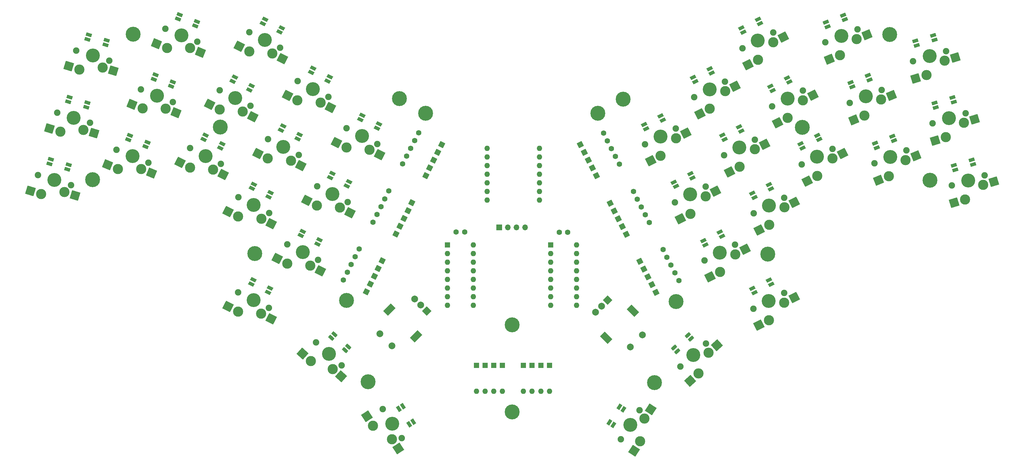
<source format=gbr>
G04 #@! TF.GenerationSoftware,KiCad,Pcbnew,(6.0.7)*
G04 #@! TF.CreationDate,2023-01-09T18:54:25-06:00*
G04 #@! TF.ProjectId,voxcertus-main,766f7863-6572-4747-9573-2d6d61696e2e,1.7*
G04 #@! TF.SameCoordinates,Original*
G04 #@! TF.FileFunction,Soldermask,Bot*
G04 #@! TF.FilePolarity,Negative*
%FSLAX46Y46*%
G04 Gerber Fmt 4.6, Leading zero omitted, Abs format (unit mm)*
G04 Created by KiCad (PCBNEW (6.0.7)) date 2023-01-09 18:54:25*
%MOMM*%
%LPD*%
G01*
G04 APERTURE LIST*
G04 Aperture macros list*
%AMHorizOval*
0 Thick line with rounded ends*
0 $1 width*
0 $2 $3 position (X,Y) of the first rounded end (center of the circle)*
0 $4 $5 position (X,Y) of the second rounded end (center of the circle)*
0 Add line between two ends*
20,1,$1,$2,$3,$4,$5,0*
0 Add two circle primitives to create the rounded ends*
1,1,$1,$2,$3*
1,1,$1,$4,$5*%
%AMRotRect*
0 Rectangle, with rotation*
0 The origin of the aperture is its center*
0 $1 length*
0 $2 width*
0 $3 Rotation angle, in degrees counterclockwise*
0 Add horizontal line*
21,1,$1,$2,0,0,$3*%
G04 Aperture macros list end*
%ADD10C,4.100000*%
%ADD11C,1.900000*%
%ADD12C,3.000000*%
%ADD13RotRect,2.550000X2.500000X333.000000*%
%ADD14RotRect,2.550000X2.500000X27.000000*%
%ADD15RotRect,1.600000X1.600000X153.000000*%
%ADD16HorizOval,1.600000X0.000000X0.000000X0.000000X0.000000X0*%
%ADD17O,1.600000X1.600000*%
%ADD18C,4.400000*%
%ADD19RotRect,1.700000X1.000000X338.000000*%
%ADD20RotRect,1.600000X1.600000X27.000000*%
%ADD21HorizOval,1.600000X0.000000X0.000000X0.000000X0.000000X0*%
%ADD22RotRect,2.550000X2.500000X318.000000*%
%ADD23RotRect,1.700000X1.000000X343.000000*%
%ADD24C,1.600000*%
%ADD25RotRect,1.700000X1.000000X22.000000*%
%ADD26RotRect,1.700000X1.000000X333.000000*%
%ADD27RotRect,1.700000X1.000000X27.000000*%
%ADD28RotRect,2.550000X2.500000X22.000000*%
%ADD29RotRect,1.700000X1.000000X17.000000*%
%ADD30RotRect,2.550000X2.500000X343.000000*%
%ADD31RotRect,2.000000X2.000000X315.000000*%
%ADD32C,2.000000*%
%ADD33RotRect,3.200000X2.000000X315.000000*%
%ADD34RotRect,2.550000X2.500000X42.000000*%
%ADD35RotRect,2.550000X2.500000X57.000000*%
%ADD36R,1.600000X1.600000*%
%ADD37RotRect,2.550000X2.500000X17.000000*%
%ADD38RotRect,1.700000X1.000000X153.000000*%
%ADD39R,1.700000X1.700000*%
%ADD40O,1.700000X1.700000*%
%ADD41RotRect,1.700000X1.000000X42.000000*%
%ADD42RotRect,1.700000X1.000000X318.000000*%
%ADD43RotRect,2.550000X2.500000X338.000000*%
%ADD44RotRect,1.700000X1.000000X57.000000*%
%ADD45RotRect,2.000000X2.000000X225.000000*%
%ADD46RotRect,3.200000X2.000000X225.000000*%
%ADD47RotRect,1.700000X1.000000X303.000000*%
%ADD48RotRect,2.550000X2.500000X303.000000*%
G04 APERTURE END LIST*
D10*
X104381400Y-92417200D03*
D11*
X108907713Y-94723472D03*
D12*
X106622999Y-96410060D03*
X99811972Y-95790377D03*
D11*
X99855087Y-90110928D03*
D13*
X109541045Y-97896879D03*
X96869868Y-94291301D03*
D10*
X209718284Y-92518088D03*
D11*
X205191971Y-94824360D03*
X214244597Y-90211816D03*
D12*
X209761399Y-98197537D03*
X214266155Y-93051541D03*
D14*
X217184201Y-91564722D03*
X206819296Y-99696614D03*
D15*
X116703135Y-116570904D03*
D16*
X109913665Y-113111496D03*
D15*
X117871535Y-114284904D03*
D16*
X111082065Y-110825496D03*
D17*
X149910000Y-83997200D03*
D15*
X131866935Y-86979904D03*
D16*
X125077465Y-83520496D03*
D18*
X71380000Y-72627200D03*
D12*
X69259599Y-85183260D03*
D11*
X62491687Y-78884128D03*
X71544313Y-83496672D03*
D10*
X67018000Y-81190400D03*
D12*
X62448572Y-84563577D03*
D13*
X72177645Y-86670079D03*
X59506468Y-83064501D03*
D19*
X64009511Y-42877536D03*
X64533960Y-41579479D03*
X59434449Y-39519143D03*
X58910000Y-40817200D03*
D20*
X180895200Y-84725200D03*
D21*
X187684670Y-81265792D03*
D15*
X135372135Y-80121904D03*
D16*
X128582665Y-76662496D03*
D18*
X131813400Y-68617400D03*
D15*
X134203735Y-82407904D03*
D16*
X127414265Y-78948496D03*
D12*
X98041086Y-141554894D03*
D11*
X99552681Y-136080127D03*
D12*
X104459647Y-143916285D03*
D11*
X107103033Y-142878493D03*
D10*
X103327857Y-139479310D03*
D22*
X106893446Y-146107688D03*
X95587221Y-139345425D03*
D23*
X26300000Y-85097200D03*
X26709320Y-83758374D03*
X21449644Y-82150329D03*
X21040324Y-83489156D03*
D24*
X173660000Y-103637200D03*
X171160000Y-103637200D03*
D25*
X269751980Y-76660312D03*
X269227531Y-75362254D03*
X264128020Y-77422592D03*
X264652469Y-78720648D03*
D26*
X85542475Y-93236731D03*
X86178062Y-91989322D03*
X81277526Y-89492374D03*
X80641939Y-90739783D03*
D17*
X165310000Y-83997200D03*
D27*
X233538061Y-90878434D03*
X232902475Y-89631025D03*
X228001939Y-92127973D03*
X228637525Y-93375382D03*
D12*
X273130355Y-82371484D03*
D11*
X273356378Y-79540687D03*
X263936190Y-83346689D03*
D10*
X268646284Y-81443688D03*
D12*
X268194239Y-87105283D03*
D28*
X276166882Y-81144647D03*
X265132677Y-88342234D03*
D26*
X117462475Y-72976731D03*
X118098062Y-71729322D03*
X113197526Y-69232374D03*
X112561939Y-70479783D03*
D18*
X33800000Y-88157200D03*
D29*
X287304498Y-65310452D03*
X286895178Y-63971627D03*
X281635502Y-65579671D03*
X282044822Y-66918498D03*
D11*
X228379087Y-98101672D03*
D12*
X232948515Y-101474849D03*
X237453271Y-96328853D03*
D10*
X232905400Y-95795400D03*
D11*
X237431713Y-93489128D03*
D14*
X240371317Y-94842034D03*
X230006412Y-102973926D03*
D20*
X178558400Y-80153200D03*
D21*
X185347870Y-76693792D03*
D18*
X199189200Y-147899200D03*
D17*
X149910000Y-94157200D03*
D20*
X197252800Y-116780000D03*
D21*
X204042270Y-113320592D03*
D11*
X76664887Y-93336728D03*
X85717513Y-97949272D03*
D12*
X76621772Y-99016177D03*
X83432799Y-99635860D03*
D10*
X81191200Y-95643000D03*
D13*
X86350845Y-101122679D03*
X73679668Y-97517101D03*
D17*
X149910000Y-86537200D03*
D11*
X27400628Y-89762248D03*
D12*
X18628338Y-92392404D03*
D11*
X17684572Y-86791752D03*
D12*
X25443497Y-91819950D03*
D10*
X22542600Y-88277000D03*
D30*
X28575395Y-92777468D03*
X15470619Y-91426993D03*
D26*
X99952475Y-107116731D03*
X100588062Y-105869322D03*
X95687526Y-103372374D03*
X95051939Y-104619783D03*
D10*
X224196284Y-78675088D03*
D11*
X219669971Y-80981360D03*
D12*
X228744155Y-79208541D03*
X224239399Y-84354537D03*
D11*
X228722597Y-76368816D03*
D14*
X231662201Y-77721722D03*
X221297296Y-85853614D03*
D20*
X194916000Y-112208000D03*
D21*
X201705470Y-108748592D03*
D17*
X165310000Y-91617200D03*
D20*
X199589600Y-121377400D03*
D21*
X206379070Y-117917992D03*
D15*
X125440735Y-99552904D03*
D16*
X118651265Y-96093496D03*
D27*
X238898061Y-59408434D03*
X238262475Y-58161025D03*
X233361939Y-60657973D03*
X233997525Y-61905382D03*
D12*
X218470515Y-115317849D03*
D11*
X213901087Y-111944672D03*
D12*
X222975271Y-110171853D03*
D11*
X222953713Y-107332128D03*
D10*
X218427400Y-109638400D03*
D14*
X225893317Y-108685034D03*
X215528412Y-116816926D03*
D31*
X185389464Y-123660334D03*
D32*
X181853930Y-127195868D03*
X183621697Y-125428101D03*
D33*
X184965200Y-134691200D03*
X192884796Y-126771604D03*
D32*
X192106978Y-137448916D03*
X195642512Y-133913382D03*
D15*
X133035335Y-84693904D03*
D16*
X126245865Y-81234496D03*
D11*
X94114687Y-59148328D03*
D12*
X100882599Y-65447460D03*
D10*
X98641000Y-61454600D03*
D12*
X94071572Y-64827777D03*
D11*
X103167313Y-63760872D03*
D13*
X103800645Y-66934279D03*
X91129468Y-63328701D03*
D10*
X210619200Y-139776238D03*
D12*
X212130796Y-145251005D03*
X215150174Y-139114438D03*
D11*
X206844024Y-143175421D03*
X214394376Y-136377055D03*
D34*
X217583973Y-136923036D03*
X209676931Y-147460475D03*
D12*
X196282498Y-158533248D03*
D11*
X194843966Y-156084754D03*
D12*
X194954263Y-165242190D03*
D11*
X189310434Y-164605646D03*
D10*
X192077200Y-160345200D03*
D35*
X198066191Y-155786602D03*
X193155865Y-168011480D03*
D25*
X255261980Y-41030312D03*
X254737531Y-39732254D03*
X249638020Y-41792592D03*
X250162469Y-43090648D03*
D18*
X157279200Y-130881200D03*
D17*
X149910000Y-81457200D03*
D36*
X168600000Y-107375992D03*
D17*
X168600000Y-109915992D03*
X168600000Y-112455992D03*
X168600000Y-114995992D03*
X168600000Y-117535992D03*
X168600000Y-120075992D03*
X168600000Y-122615992D03*
X168600000Y-125155992D03*
X176220000Y-125155992D03*
X176220000Y-122615992D03*
X176220000Y-120075992D03*
X176220000Y-117535992D03*
X176220000Y-114995992D03*
X176220000Y-112455992D03*
X176220000Y-109915992D03*
X176220000Y-107375992D03*
D36*
X149310000Y-142889200D03*
D17*
X149310000Y-150509200D03*
D12*
X284976234Y-75657852D03*
D10*
X285920000Y-70057200D03*
D12*
X290306145Y-71372278D03*
D11*
X281061972Y-71542448D03*
X290778028Y-68571952D03*
D37*
X293438043Y-70414761D03*
X281818516Y-76623264D03*
D10*
X232857684Y-123861688D03*
D11*
X237383997Y-121555416D03*
D12*
X232900799Y-129541137D03*
X237405555Y-124395141D03*
D11*
X228331371Y-126167960D03*
D14*
X240323601Y-122908322D03*
X229958696Y-131040214D03*
D18*
X280300000Y-88317200D03*
D10*
X280210000Y-51777200D03*
D12*
X284596145Y-53092278D03*
X279266234Y-57377852D03*
D11*
X285068028Y-50291952D03*
X275351972Y-53262448D03*
D37*
X287728043Y-52134761D03*
X276108516Y-58343264D03*
D20*
X190877400Y-104232400D03*
D21*
X197666870Y-100772992D03*
D11*
X28962172Y-50114152D03*
D12*
X29905938Y-55714804D03*
D10*
X33820200Y-51599400D03*
D11*
X38678228Y-53084648D03*
D12*
X36721097Y-55142350D03*
D30*
X39852995Y-56099868D03*
X26748219Y-54749393D03*
D26*
X108632475Y-90026731D03*
X109268062Y-88779322D03*
X104367526Y-86282374D03*
X103731939Y-87529783D03*
D27*
X233558061Y-118948434D03*
X232922475Y-117701025D03*
X228021939Y-120197973D03*
X228657525Y-121445382D03*
D36*
X154390000Y-142889200D03*
D17*
X154390000Y-150509200D03*
D27*
X219098061Y-104848434D03*
X218462475Y-103601025D03*
X213561939Y-106097973D03*
X214197525Y-107345382D03*
D12*
X215501799Y-67260337D03*
D10*
X215458684Y-61580888D03*
D11*
X219984997Y-59274616D03*
D12*
X220006555Y-62114341D03*
D11*
X210932371Y-63887160D03*
D14*
X222924601Y-60627522D03*
X212559696Y-68759414D03*
D12*
X91074372Y-112884577D03*
X97885399Y-113504260D03*
D11*
X100170113Y-111817672D03*
D10*
X95643800Y-109511400D03*
D11*
X91117487Y-107205128D03*
D13*
X100803445Y-114991079D03*
X88132268Y-111385501D03*
D36*
X138220000Y-107403400D03*
D17*
X138220000Y-109943400D03*
X138220000Y-112483400D03*
X138220000Y-115023400D03*
X138220000Y-117563400D03*
X138220000Y-120103400D03*
X138220000Y-122643400D03*
X138220000Y-125183400D03*
X145840000Y-125183400D03*
X145840000Y-122643400D03*
X145840000Y-120103400D03*
X145840000Y-117563400D03*
X145840000Y-115023400D03*
X145840000Y-112483400D03*
X145840000Y-109943400D03*
X145840000Y-107403400D03*
D26*
X85390000Y-121357200D03*
X86025587Y-120109791D03*
X81125051Y-117612843D03*
X80489464Y-118860252D03*
D38*
X89867525Y-72357669D03*
X89231938Y-73605078D03*
X94132474Y-76102026D03*
X94768061Y-74854617D03*
D10*
X81165800Y-123633800D03*
D11*
X85692113Y-125940072D03*
X76639487Y-121327528D03*
D12*
X76596372Y-127006977D03*
X83407399Y-127626660D03*
D13*
X86325445Y-129113479D03*
X73654268Y-125507901D03*
D15*
X119039935Y-111998904D03*
D16*
X112250465Y-108539496D03*
D17*
X165310000Y-81457200D03*
D39*
X153470000Y-102237200D03*
D40*
X156010000Y-102237200D03*
X158550000Y-102237200D03*
X161090000Y-102237200D03*
D11*
X88994113Y-49308272D03*
D12*
X86709399Y-50994860D03*
D10*
X84467800Y-47002000D03*
D11*
X79941487Y-44695728D03*
D12*
X79898372Y-50375177D03*
D13*
X89627445Y-52481679D03*
X76956268Y-48876101D03*
D18*
X81510000Y-109927200D03*
D20*
X188540600Y-99660400D03*
D21*
X195330070Y-96200992D03*
D12*
X295956145Y-89702278D03*
X290626234Y-93987852D03*
D11*
X286711972Y-89872448D03*
X296428028Y-86901952D03*
D10*
X291570000Y-88387200D03*
D37*
X299088043Y-88744761D03*
X287468516Y-94953264D03*
D29*
X293024498Y-83690452D03*
X292615178Y-82351627D03*
X287355502Y-83959671D03*
X287764822Y-85298498D03*
D23*
X37535178Y-48445807D03*
X37944498Y-47106981D03*
X32684822Y-45498936D03*
X32275502Y-46837763D03*
D36*
X168310800Y-142819200D03*
D17*
X168310800Y-150439200D03*
D25*
X262571980Y-58760312D03*
X262047531Y-57462254D03*
X256948020Y-59522592D03*
X257472469Y-60820648D03*
D20*
X186203800Y-95088400D03*
D21*
X192993270Y-91628992D03*
D24*
X143320000Y-103597200D03*
X140820000Y-103597200D03*
D17*
X149910000Y-89077200D03*
D41*
X209997440Y-134994131D03*
X209060657Y-133953728D03*
X204973360Y-137633946D03*
X205910143Y-138674349D03*
D20*
X182063600Y-87011200D03*
D21*
X188853070Y-83551792D03*
D17*
X149910000Y-91617200D03*
D27*
X247750536Y-76340252D03*
X247114950Y-75092843D03*
X242214414Y-77589791D03*
X242850000Y-78837200D03*
D36*
X163180000Y-142819200D03*
D17*
X163180000Y-150439200D03*
D27*
X210420000Y-87647200D03*
X209784414Y-86399791D03*
X204883878Y-88896739D03*
X205519464Y-90144148D03*
D20*
X177390000Y-77867200D03*
D21*
X184179470Y-74407792D03*
D15*
X126609135Y-97266904D03*
D16*
X119819665Y-93807496D03*
D10*
X89928800Y-78548800D03*
D12*
X92170399Y-82541660D03*
D11*
X85402487Y-76242528D03*
D12*
X85359372Y-81921977D03*
D11*
X94455113Y-80855072D03*
D13*
X95088445Y-84028479D03*
X82417268Y-80422901D03*
D15*
X123103935Y-104124904D03*
D16*
X116314465Y-100665496D03*
D10*
X28181400Y-69938200D03*
D11*
X23323372Y-68452952D03*
D12*
X31082297Y-73481150D03*
D11*
X33039428Y-71423448D03*
D12*
X24267138Y-74053604D03*
D30*
X34214195Y-74438668D03*
X21109419Y-73088193D03*
D15*
X114366335Y-121142904D03*
D16*
X107576865Y-117683496D03*
D20*
X198421200Y-119066000D03*
D21*
X205210670Y-115606592D03*
D11*
X108567287Y-73016728D03*
D10*
X113093600Y-75323000D03*
D12*
X115335199Y-79315860D03*
D11*
X117619913Y-77629272D03*
D12*
X108524172Y-78696177D03*
D13*
X118253245Y-80802679D03*
X105582068Y-77197101D03*
D42*
X108105714Y-138395821D03*
X109042497Y-137355418D03*
X104955200Y-133675200D03*
X104018418Y-134715602D03*
D20*
X187372200Y-97374400D03*
D21*
X194161670Y-93914992D03*
D10*
X247078600Y-81368200D03*
D12*
X247121715Y-87047649D03*
D11*
X242552287Y-83674472D03*
D12*
X251626471Y-81901653D03*
D11*
X251604913Y-79061928D03*
D14*
X254544517Y-80414834D03*
X244179612Y-88546726D03*
D29*
X281664498Y-46980452D03*
X281255178Y-45641627D03*
X275995502Y-47249671D03*
X276404822Y-48588498D03*
D15*
X136540535Y-77835904D03*
D16*
X129751065Y-74376496D03*
D19*
X56869511Y-60647536D03*
X57393960Y-59349479D03*
X52294449Y-57289143D03*
X51770000Y-58587200D03*
D36*
X165745400Y-142819200D03*
D17*
X165745400Y-150439200D03*
D18*
X268440000Y-45427200D03*
D12*
X258718483Y-46750568D03*
D11*
X249524318Y-47725773D03*
D12*
X253782367Y-51484367D03*
D10*
X254234412Y-45822772D03*
D11*
X258944506Y-43919771D03*
D28*
X261755010Y-45523731D03*
X250720805Y-52721318D03*
D18*
X205539200Y-124023200D03*
D36*
X160614600Y-142819200D03*
D17*
X160614600Y-150439200D03*
D10*
X75755600Y-64096200D03*
D11*
X80281913Y-66402472D03*
X71229287Y-61789928D03*
D12*
X71186172Y-67469377D03*
X77997199Y-68089060D03*
D13*
X80915245Y-69575879D03*
X68244068Y-65970301D03*
D18*
X157279200Y-156579792D03*
D17*
X165310000Y-78917200D03*
D12*
X205528555Y-75957341D03*
D10*
X200980684Y-75423888D03*
D11*
X205506997Y-73117616D03*
D12*
X201023799Y-81103337D03*
D11*
X196454371Y-77730160D03*
D14*
X208446601Y-74470522D03*
X198081696Y-82602414D03*
D18*
X232600000Y-110077200D03*
D11*
X234155113Y-44848128D03*
D12*
X234176671Y-47687853D03*
X229671915Y-52833849D03*
D11*
X225102487Y-49460672D03*
D10*
X229628800Y-47154400D03*
D14*
X237094717Y-46201034D03*
X226729812Y-54332926D03*
D27*
X216088061Y-56748434D03*
X215452475Y-55501025D03*
X210551939Y-57997973D03*
X211187525Y-59245382D03*
X230308061Y-42198434D03*
X229672475Y-40951025D03*
X224771939Y-43447973D03*
X225407525Y-44695382D03*
D17*
X165310000Y-89077200D03*
D18*
X189980000Y-64427200D03*
D20*
X179726800Y-82439200D03*
D21*
X186516270Y-78979792D03*
D18*
X124130000Y-64297200D03*
X45680000Y-45300200D03*
D27*
X201658061Y-70638434D03*
X201022475Y-69391025D03*
X196121939Y-71887973D03*
X196757525Y-73135382D03*
D15*
X115534735Y-118856904D03*
D16*
X108745265Y-115397496D03*
D27*
X224738061Y-73808434D03*
X224102475Y-72561025D03*
X219201939Y-75057973D03*
X219837525Y-76305382D03*
D20*
X196084400Y-114494000D03*
D21*
X202873870Y-111034592D03*
D36*
X146770000Y-142889200D03*
D17*
X146770000Y-150509200D03*
D26*
X88832475Y-44676731D03*
X89468062Y-43429322D03*
X84567526Y-40932374D03*
X83931939Y-42179783D03*
D19*
X49379511Y-78437536D03*
X49903960Y-77139479D03*
X44804449Y-75079143D03*
X44280000Y-76377200D03*
D26*
X71342475Y-78806731D03*
X71978062Y-77559322D03*
X67077526Y-75062374D03*
X66441939Y-76309783D03*
D11*
X256713789Y-65531226D03*
D12*
X265907954Y-64556021D03*
X260971838Y-69289820D03*
D11*
X266133977Y-61725224D03*
D10*
X261423883Y-63628225D03*
D28*
X268944481Y-63329184D03*
X257910276Y-70526771D03*
D18*
X242730000Y-72757200D03*
D12*
X62495871Y-49402635D03*
D10*
X59914801Y-45620337D03*
D11*
X64624895Y-47523338D03*
X55204707Y-43717336D03*
D12*
X55656753Y-49378930D03*
D43*
X65532398Y-50629472D03*
X52595191Y-48141979D03*
D23*
X31870000Y-66837200D03*
X32279320Y-65498374D03*
X27019644Y-63890329D03*
X26610324Y-65229156D03*
D36*
X151850000Y-142889200D03*
D17*
X151850000Y-150509200D03*
D26*
X102972475Y-59076731D03*
X103608062Y-57829322D03*
X98707526Y-55332374D03*
X98071939Y-56579783D03*
D18*
X108511200Y-123697200D03*
D15*
X124272335Y-101838904D03*
D16*
X117482865Y-98379496D03*
D12*
X55298870Y-67218098D03*
D10*
X52717800Y-63435800D03*
D11*
X57427894Y-65338801D03*
D12*
X48459752Y-67194393D03*
D11*
X48007706Y-61532799D03*
D43*
X58335397Y-68444935D03*
X45398190Y-65957442D03*
D20*
X189709000Y-101946400D03*
D21*
X196498470Y-98486992D03*
D44*
X190060315Y-155770312D03*
X188886176Y-155007817D03*
X185890661Y-159620505D03*
X187064800Y-160383000D03*
D45*
X132133200Y-126817200D03*
D32*
X128597666Y-123281666D03*
X130365433Y-125049433D03*
D46*
X129021930Y-134312532D03*
X121102334Y-126392936D03*
D32*
X118344618Y-133534714D03*
X121880152Y-137070248D03*
D18*
X114861200Y-147640162D03*
D47*
X126959670Y-160238792D03*
X128133809Y-159476297D03*
X125138294Y-154863609D03*
X123964155Y-155626103D03*
D15*
X127777535Y-94955504D03*
D16*
X120988065Y-91496096D03*
D17*
X165310000Y-94157200D03*
X165310000Y-86537200D03*
D12*
X238412599Y-69927337D03*
D11*
X242895797Y-61941616D03*
D12*
X242917355Y-64781341D03*
D11*
X233843171Y-66554160D03*
D10*
X238369484Y-64247888D03*
D14*
X245835401Y-63294522D03*
X235470496Y-71426414D03*
D10*
X121999400Y-160012600D03*
D12*
X116355570Y-160649143D03*
D11*
X119232634Y-155752154D03*
D12*
X121944251Y-164591318D03*
D11*
X124766166Y-164273046D03*
D48*
X123727944Y-167337964D03*
X114557172Y-157879853D03*
D17*
X149910000Y-78917200D03*
D18*
X182530000Y-68627200D03*
D12*
X48094221Y-85026155D03*
D11*
X50223245Y-83146858D03*
D10*
X45513151Y-81243857D03*
D12*
X41255103Y-85002450D03*
D11*
X40803057Y-79340856D03*
D43*
X51130748Y-86252992D03*
X38193541Y-83765499D03*
D26*
X79932475Y-61706731D03*
X80568062Y-60459322D03*
X75667526Y-57962374D03*
X75031939Y-59209783D03*
M02*

</source>
